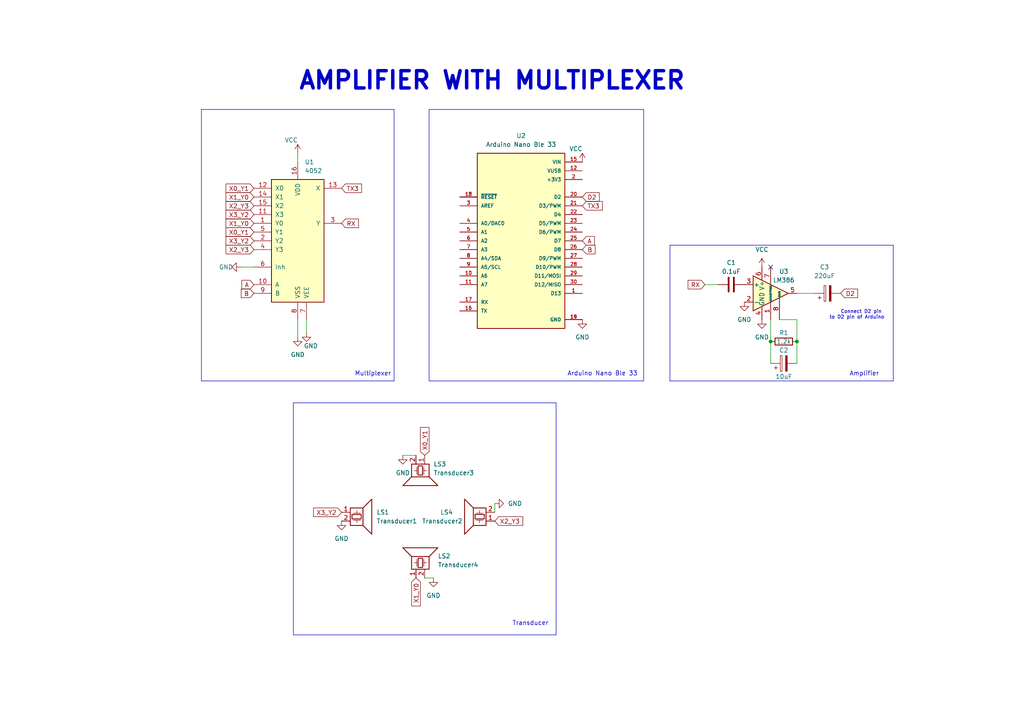
<source format=kicad_sch>
(kicad_sch (version 20231120) (generator "eeschema") (generator_version "8.0")
  (paper "A4")
  (title_block (title "AMPLIFIER WITH MULTIPLEXER"))
  (lib_symbols
    (symbol "4xxx:4052" (pin_names (offset 1.016))
      (property "Reference" "U" (at -7.62 19.05 0))
      (property "Value" "4052" (at -7.62 -19.05 0))
      (symbol "4052_1_0"
        (pin passive line (at -12.7 5.08 0) (length 5.08) (name "Y0") (number "1"))
        (pin input line (at -12.7 -12.7 0) (length 5.08) (name "A") (number "10"))
        (pin passive line (at -12.7 7.62 0) (length 5.08) (name "X3") (number "11"))
        (pin passive line (at -12.7 15.24 0) (length 5.08) (name "X0") (number "12"))
        (pin passive line (at 12.7 15.24 180) (length 5.08) (name "X") (number "13"))
        (pin passive line (at -12.7 12.7 0) (length 5.08) (name "X1") (number "14"))
        (pin passive line (at -12.7 10.16 0) (length 5.08) (name "X2") (number "15"))
        (pin power_in line (at 0 22.86 270) (length 5.08) (name "VDD") (number "16"))
        (pin passive line (at -12.7 0 0) (length 5.08) (name "Y2") (number "2"))
        (pin passive line (at 12.7 5.08 180) (length 5.08) (name "Y") (number "3"))
        (pin passive line (at -12.7 -2.54 0) (length 5.08) (name "Y3") (number "4"))
        (pin passive line (at -12.7 2.54 0) (length 5.08) (name "Y1") (number "5"))
        (pin input line (at -12.7 -7.62 0) (length 5.08) (name "Inh") (number "6"))
        (pin power_in line (at 2.54 -22.86 90) (length 5.08) (name "VEE") (number "7"))
        (pin power_in line (at 0 -22.86 90) (length 5.08) (name "VSS") (number "8"))
        (pin input line (at -12.7 -15.24 0) (length 5.08) (name "B") (number "9"))
      )
      (symbol "4052_1_1"
        (rectangle (start -7.62 17.78) (end 7.62 -17.78) (stroke (width 0.254)) (fill (type background)))
      )
    )
    (symbol "ABX00027:ABX00027" (pin_names (offset 1.016))
      (property "Reference" "U" (at -12.7 26.67 0))
      (property "Value" "ABX00027" (at -12.7 -26.67 0))
      (symbol "ABX00027_0_0"
        (rectangle (start -12.7 -25.4) (end 12.7 25.4) (stroke (width 0.254)) (fill (type background)))
        (pin bidirectional line (at 17.78 -15.24 180) (length 5.08) (name "D13") (number "1"))
        (pin input line (at -17.78 -10.16 0) (length 5.08) (name "A6") (number "10"))
        (pin input line (at -17.78 -12.7 0) (length 5.08) (name "A7") (number "11"))
        (pin power_in line (at 17.78 20.32 180) (length 5.08) (name "VUSB") (number "12"))
        (pin input line (at -17.78 12.7 0) (length 5.08) (name "~{RESET}") (number "13"))
        (pin power_in line (at 17.78 -22.86 180) (length 5.08) (name "GND") (number "14"))
        (pin power_in line (at 17.78 22.86 180) (length 5.08) (name "VIN") (number "15"))
        (pin bidirectional line (at -17.78 -20.32 0) (length 5.08) (name "TX") (number "16"))
        (pin bidirectional line (at -17.78 -17.78 0) (length 5.08) (name "RX") (number "17"))
        (pin input line (at -17.78 12.7 0) (length 5.08) (name "~{RESET}") (number "18"))
        (pin power_in line (at 17.78 -22.86 180) (length 5.08) (name "GND") (number "19"))
        (pin power_in line (at 17.78 17.78 180) (length 5.08) (name "+3V3") (number "2"))
        (pin bidirectional line (at 17.78 12.7 180) (length 5.08) (name "D2") (number "20"))
        (pin bidirectional line (at 17.78 10.16 180) (length 5.08) (name "D3/PWM") (number "21"))
        (pin bidirectional line (at 17.78 7.62 180) (length 5.08) (name "D4") (number "22"))
        (pin bidirectional line (at 17.78 5.08 180) (length 5.08) (name "D5/PWM") (number "23"))
        (pin bidirectional line (at 17.78 2.54 180) (length 5.08) (name "D6/PWM") (number "24"))
        (pin bidirectional line (at 17.78 0 180) (length 5.08) (name "D7") (number "25"))
        (pin bidirectional line (at 17.78 -2.54 180) (length 5.08) (name "D8") (number "26"))
        (pin bidirectional line (at 17.78 -5.08 180) (length 5.08) (name "D9/PWM") (number "27"))
        (pin bidirectional line (at 17.78 -7.62 180) (length 5.08) (name "D10/PWM") (number "28"))
        (pin bidirectional line (at 17.78 -10.16 180) (length 5.08) (name "D11/MOSI") (number "29"))
        (pin input line (at -17.78 10.16 0) (length 5.08) (name "AREF") (number "3"))
        (pin bidirectional line (at 17.78 -12.7 180) (length 5.08) (name "D12/MISO") (number "30"))
        (pin bidirectional line (at -17.78 5.08 0) (length 5.08) (name "A0/DAC0") (number "4"))
        (pin input line (at -17.78 2.54 0) (length 5.08) (name "A1") (number "5"))
        (pin input line (at -17.78 0 0) (length 5.08) (name "A2") (number "6"))
        (pin input line (at -17.78 -2.54 0) (length 5.08) (name "A3") (number "7"))
        (pin input line (at -17.78 -5.08 0) (length 5.08) (name "A4/SDA") (number "8"))
        (pin input line (at -17.78 -7.62 0) (length 5.08) (name "A5/SCL") (number "9"))
      )
    )
    (symbol "Amplifier_Audio:LM386" (pin_names (offset 0.127))
      (property "Reference" "U" (at 1.27 7.62 0))
      (property "Value" "LM386" (at 1.27 5.08 0))
      (symbol "LM386_0_1"
        (polyline (pts (xy 5.08 0) (xy -5.08 5.08) (xy -5.08 -5.08) (xy 5.08 0)) (stroke (width 0.254)) (fill (type background)))
      )
      (symbol "LM386_1_1"
        (pin input line (at 0 -7.62 90) (length 5.08) (name "GAIN") (number "1"))
        (pin input line (at -7.62 -2.54 0) (length 2.54) (name "-") (number "2"))
        (pin input line (at -7.62 2.54 0) (length 2.54) (name "+") (number "3"))
        (pin power_in line (at -2.54 -7.62 90) (length 3.81) (name "GND") (number "4"))
        (pin output line (at 7.62 0 180) (length 2.54) (name "~") (number "5"))
        (pin power_in line (at -2.54 7.62 270) (length 3.81) (name "V+") (number "6"))
        (pin input line (at 0 7.62 270) (length 5.08) (name "BYPASS") (number "7"))
        (pin input line (at 2.54 -7.62 90) (length 6.35) (name "GAIN") (number "8"))
      )
    )
    (symbol "Device:C" (pin_numbers hide) (pin_names (offset 0.254))
      (property "Reference" "C" (at 0.635 2.54 0))
      (property "Value" "C" (at 0.635 -2.54 0))
      (symbol "C_0_1"
        (polyline (pts (xy -2.032 -0.762) (xy 2.032 -0.762)) (stroke (width 0.508)))
        (polyline (pts (xy -2.032 0.762) (xy 2.032 0.762)) (stroke (width 0.508)))
      )
      (symbol "C_1_1"
        (pin passive line (at 0 3.81 270) (length 2.794) (name "~") (number "1"))
        (pin passive line (at 0 -3.81 90) (length 2.794) (name "~") (number "2"))
      )
    )
    (symbol "Device:C_Polarized" (pin_numbers hide) (pin_names (offset 0.254))
      (property "Reference" "C" (at 0.635 2.54 0))
      (property "Value" "C_Polarized" (at 0.635 -2.54 0))
      (symbol "C_Polarized_0_1"
        (rectangle (start -2.286 0.508) (end 2.286 1.016))
        (polyline (pts (xy -1.778 2.286) (xy -0.762 2.286)))
        (polyline (pts (xy -1.27 2.794) (xy -1.27 1.778)))
        (rectangle (start 2.286 -0.508) (end -2.286 -1.016) (fill (type outline)))
      )
      (symbol "C_Polarized_1_1"
        (pin passive line (at 0 3.81 270) (length 2.794) (name "~") (number "1"))
        (pin passive line (at 0 -3.81 90) (length 2.794) (name "~") (number "2"))
      )
    )
    (symbol "Device:R" (pin_numbers hide) (pin_names (offset 0))
      (property "Reference" "R" (at 2.032 0 90))
      (property "Value" "R" (at 0 0 90))
      (symbol "R_0_1"
        (rectangle (start -1.016 -2.54) (end 1.016 2.54) (stroke (width 0.254)))
      )
      (symbol "R_1_1"
        (pin passive line (at 0 3.81 270) (length 1.27) (name "~") (number "1"))
        (pin passive line (at 0 -3.81 90) (length 1.27) (name "~") (number "2"))
      )
    )
    (symbol "Device:Speaker_Ultrasound" (pin_names (offset 0) hide)
      (property "Reference" "LS" (at 0.635 5.715 0))
      (property "Value" "Speaker_Ultrasound" (at 0.635 3.81 0))
      (symbol "Speaker_Ultrasound_0_0"
        (rectangle (start -2.54 1.27) (end 1.143 -3.81) (stroke (width 0.254)))
        (rectangle (start -2.032 -0.635) (end 0.635 -1.905) (stroke (width 0.254)))
        (polyline (pts (xy -1.651 -2.286) (xy 0.381 -2.286)))
        (polyline (pts (xy -1.651 -0.254) (xy 0.381 -0.254)))
        (polyline (pts (xy -0.635 -2.286) (xy -0.635 -3.048)))
        (polyline (pts (xy -0.635 -0.254) (xy -0.635 0.508)))
        (polyline (pts (xy 1.143 1.27) (xy 3.683 3.81) (xy 3.683 -6.35) (xy 1.143 -3.81)) (stroke (width 0.254)))
      )
      (symbol "Speaker_Ultrasound_1_1"
        (pin input line (at -5.08 0 0) (length 2.54) (name "1") (number "1"))
        (pin input line (at -5.08 -2.54 0) (length 2.54) (name "2") (number "2"))
      )
    )
    (symbol "power:GND" (power) (pin_names (offset 0))
      (property "Value" "GND" (at 0 -3.81 0))
      (symbol "GND_0_1"
        (polyline (pts (xy 0 0) (xy 0 -1.27) (xy 1.27 -1.27) (xy 0 -2.54) (xy -1.27 -1.27) (xy 0 -1.27)))
      )
      (symbol "GND_1_1"
        (pin power_in line (at 0 0 270) (length 0) hide (name "GND") (number "1"))
      )
    )
    (symbol "power:VCC" (power) (pin_names (offset 0))
      (property "Value" "VCC" (at 0 3.81 0))
      (symbol "VCC_0_1"
        (polyline (pts (xy -0.762 1.27) (xy 0 2.54)))
        (polyline (pts (xy 0 0) (xy 0 2.54)))
        (polyline (pts (xy 0 2.54) (xy 0.762 1.27)))
      )
      (symbol "VCC_1_1"
        (pin power_in line (at 0 0 90) (length 0) hide (name "VCC") (number "1"))
      )
    )
  )
  (junction (at 223.52 99.06))
  (junction (at 231.14 99.06))
  (no_connect (at 223.52 77.47))
  (wire (pts (xy 116.84 132.08) (xy 120.65 132.08)))
  (polyline (pts (xy 259.08 110.49) (xy 194.31 110.49)))
  (wire (pts (xy 231.14 92.71) (xy 231.14 99.06)))
  (wire (pts (xy 143.51 146.05) (xy 143.51 148.59)))
  (polyline (pts (xy 161.29 184.15) (xy 85.09 184.15)))
  (wire (pts (xy 226.06 92.71) (xy 231.14 92.71)))
  (polyline (pts (xy 58.42 31.75) (xy 58.42 31.75)))
  (polyline (pts (xy 194.31 71.12) (xy 194.31 110.49)))
  (polyline (pts (xy 85.09 116.84) (xy 85.09 184.15)))
  (polyline (pts (xy 114.3 110.49) (xy 114.3 31.75)))
  (polyline (pts (xy 58.42 31.75) (xy 58.42 110.49)))
  (polyline (pts (xy 85.09 116.84) (xy 161.29 116.84)))
  (wire (pts (xy 88.9 92.71) (xy 88.9 96.52)))
  (wire (pts (xy 69.85 77.47) (xy 73.66 77.47)))
  (wire (pts (xy 86.36 44.45) (xy 86.36 46.99)))
  (polyline (pts (xy 259.08 71.12) (xy 259.08 110.49)))
  (wire (pts (xy 86.36 92.71) (xy 86.36 97.79)))
  (polyline (pts (xy 58.42 110.49) (xy 114.3 110.49)))
  (wire (pts (xy 231.14 99.06) (xy 231.14 105.41)))
  (wire (pts (xy 236.22 85.09) (xy 231.14 85.09)))
  (wire (pts (xy 125.73 167.64) (xy 123.19 167.64)))
  (wire (pts (xy 223.52 99.06) (xy 223.52 105.41)))
  (polyline (pts (xy 161.29 116.84) (xy 161.29 184.15)))
  (wire (pts (xy 223.52 92.71) (xy 223.52 99.06)))
  (polyline (pts (xy 114.3 31.75) (xy 58.42 31.75)))
  (wire (pts (xy 204.47 82.55) (xy 208.28 82.55)))
  (polyline (pts (xy 194.31 71.12) (xy 259.08 71.12)))
  (rectangle (start 124.46 31.75) (end 186.69 110.49))
  (rectangle (start 162.56 31.75) (end 162.56 31.75))
  (text "Transducer" (at 148.59 181.61 0) (effects (font (size 1.27 1.27)) (justify left bottom)))
  (text "AMPLIFIER WITH MULTIPLEXER" (at 86.36 26.416 0) (effects (font (size 5 5) (thickness 1) (bold yes)) (justify left bottom)))
  (text "Multiplexer\n" (at 102.87 109.22 0) (effects (font (size 1.27 1.27)) (justify left bottom)))
  (text "Connect D2 pin \nto D2 pin of Arduino\n" (at 256.54 92.71 0) (effects (font (size 1 1)) (justify right bottom)))
  (text "Amplifier" (at 246.38 109.22 0) (effects (font (size 1.27 1.27)) (justify left bottom)))
  (text "Arduino Nano Ble 33" (at 174.752 108.458 0) (effects (font (size 1.27 1.27))))
  (global_label "X2_Y3" (shape input) (at 73.66 72.39 180) (property "Intersheetrefs" "${INTERSHEET_REFS}" (effects (hide yes))))
  (global_label "TX3" (shape input) (at 168.91 59.69 0) (property "Intersheetrefs" "${INTERSHEET_REFS}" (effects (hide yes))))
  (global_label "A" (shape input) (at 168.91 69.85 0) (property "Intersheetrefs" "${INTERSHEET_REFS}" (effects (hide yes))))
  (global_label "X3_Y2" (shape input) (at 99.06 148.59 180) (property "Intersheetrefs" "${INTERSHEET_REFS}" (effects (hide yes))))
  (global_label "X0_Y1" (shape input) (at 73.66 54.61 180) (property "Intersheetrefs" "${INTERSHEET_REFS}" (effects (hide yes))))
  (global_label "X3_Y2" (shape input) (at 73.66 62.23 180) (property "Intersheetrefs" "${INTERSHEET_REFS}" (effects (hide yes))))
  (global_label "B" (shape input) (at 168.91 72.39 0) (property "Intersheetrefs" "${INTERSHEET_REFS}" (effects (hide yes))))
  (global_label "TX3" (shape input) (at 99.06 54.61 0) (property "Intersheetrefs" "${INTERSHEET_REFS}" (effects (hide yes))))
  (global_label "X0_Y1" (shape input) (at 73.66 67.31 180) (property "Intersheetrefs" "${INTERSHEET_REFS}" (effects (hide yes))))
  (global_label "B" (shape input) (at 73.66 85.09 180) (property "Intersheetrefs" "${INTERSHEET_REFS}" (effects (hide yes))))
  (global_label "X2_Y3" (shape input) (at 143.51 151.13 0) (property "Intersheetrefs" "${INTERSHEET_REFS}" (effects (hide yes))))
  (global_label "X0_Y1" (shape input) (at 123.19 132.08 90) (property "Intersheetrefs" "${INTERSHEET_REFS}" (effects (hide yes))))
  (global_label "A" (shape input) (at 73.66 82.55 180) (property "Intersheetrefs" "${INTERSHEET_REFS}" (effects (hide yes))))
  (global_label "RX" (shape input) (at 99.06 64.77 0) (property "Intersheetrefs" "${INTERSHEET_REFS}" (effects (hide yes))))
  (global_label "D2" (shape input) (at 168.91 57.15 0) (property "Intersheetrefs" "${INTERSHEET_REFS}" (effects (hide yes))))
  (global_label "X3_Y2" (shape input) (at 73.66 69.85 180) (property "Intersheetrefs" "${INTERSHEET_REFS}" (effects (hide yes))))
  (global_label "D2" (shape input) (at 243.84 85.09 0) (property "Intersheetrefs" "${INTERSHEET_REFS}" (effects (hide yes))))
  (global_label "X1_Y0" (shape input) (at 73.66 64.77 180) (property "Intersheetrefs" "${INTERSHEET_REFS}" (effects (hide yes))))
  (global_label "X1_Y0" (shape input) (at 73.66 57.15 180) (property "Intersheetrefs" "${INTERSHEET_REFS}" (effects (hide yes))))
  (global_label "X1_Y0" (shape input) (at 120.65 167.64 270) (property "Intersheetrefs" "${INTERSHEET_REFS}" (effects (hide yes))))
  (global_label "X2_Y3" (shape input) (at 73.66 59.69 180) (property "Intersheetrefs" "${INTERSHEET_REFS}" (effects (hide yes))))
  (global_label "RX" (shape input) (at 204.47 82.55 180) (property "Intersheetrefs" "${INTERSHEET_REFS}" (effects (hide yes))))
  (symbol (lib_id "power:VCC") (at 86.36 44.45 0) (unit 1)
    (property "Reference" "#PWR02" (effects (hide yes)))
    (property "Value" "VCC" (at 82.55 40.64 0) (effects (justify left)))
  )
  (symbol (lib_id "Device:Speaker_Ultrasound") (at 104.14 148.59 0) (unit 1)
    (property "Reference" "LS1" (at 109.22 148.5899 0) (effects (justify left)))
    (property "Value" "Transducer1" (at 109.22 151.1299 0) (effects (justify left)))
  )
  (symbol (lib_id "Device:Speaker_Ultrasound") (at 138.43 151.13 180) (unit 1)
    (property "Reference" "LS4" (at 129.54 148.59 0))
    (property "Value" "Transducer2" (at 128.27 151.13 0))
  )
  (symbol (lib_id "power:VCC") (at 168.91 46.99 0) (unit 1)
    (property "Reference" "#PWR06" (effects (hide yes)))
    (property "Value" "VCC" (at 165.1 43.18 0) (effects (justify left)))
  )
  (symbol (lib_id "power:GND") (at 220.98 92.71 0) (unit 1)
    (property "Reference" "#PWR018" (effects (hide yes)))
    (property "Value" "GND" (at 220.98 97.79 0))
  )
  (symbol (lib_id "4xxx:4052") (at 86.36 69.85 0) (unit 1)
    (property "Reference" "U1" (at 88.3794 46.99 0) (effects (justify left)))
    (property "Value" "4052" (at 88.3794 49.53 0) (effects (justify left)))
    (property "Datasheet" "http://www.intersil.com/content/dam/Intersil/documents/cd40/cd4051bms-52bms-53bms.pdf" (effects (hide yes)))
  )
  (symbol (lib_id "power:GND") (at 69.85 77.47 270) (unit 1)
    (property "Reference" "#PWR01" (effects (hide yes)))
    (property "Value" "GND" (at 63.5 77.47 90) (effects (justify left)))
  )
  (symbol (lib_id "ABX00027:ABX00027") (at 151.13 69.85 0) (unit 1)
    (property "Reference" "U2" (at 151.13 39.37 0))
    (property "Value" "Arduino Nano Ble 33" (at 151.13 41.91 0))
    (property "Footprint" "ABX00027:MODULE_ABX00027" (effects (hide yes)))
    (property "MF" "Arduino" (effects (hide yes)))
    (property "DESCRIPTION" "ATSAMD21G18A Arduino Nano 33 IoT SAM D ARM® Cortex®-M0+ MCU 32-Bit Embedded Evaluation Board" (effects (hide yes)))
    (property "PACKAGE" "None" (effects (hide yes)))
    (property "PRICE" "None" (effects (hide yes)))
    (property "Package" "None" (effects (hide yes)))
    (property "Check_prices" "https://www.snapeda.com/parts/Arduino%20Nano%2033%20IoT/Arduino/view-part/?ref=eda" (effects (hide yes)))
    (property "Price" "None" (effects (hide yes)))
    (property "SnapEDA_Link" "https://www.snapeda.com/parts/Arduino%20Nano%2033%20IoT/Arduino/view-part/?ref=snap" (effects (hide yes)))
    (property "MP" "Arduino Nano 33 IoT" (effects (hide yes)))
    (property "DIGIKEY-PURCHASE-URL" "https://snapeda.com/shop?store=DigiKey&id=3949339" (effects (hide yes)))
    (property "Availability" "Not in stock" (effects (hide yes)))
    (property "AVAILABILITY" "Unavailable" (effects (hide yes)))
    (property "Description_1" "\nAn IoT connected IMU sensor in the Nano form factor.\n" (effects (hide yes)))
  )
  (symbol (lib_id "power:GND") (at 99.06 151.13 0) (unit 1)
    (property "Reference" "#PWR012" (effects (hide yes)))
    (property "Value" "GND" (at 99.06 156.21 0))
  )
  (symbol (lib_id "power:GND") (at 86.36 97.79 0) (unit 1)
    (property "Reference" "#PWR03" (effects (hide yes)))
    (property "Value" "GND" (at 86.36 102.87 0))
  )
  (symbol (lib_id "power:GND") (at 125.73 167.64 0) (unit 1)
    (property "Reference" "#PWR07" (effects (hide yes)))
    (property "Value" "GND" (at 125.73 172.72 0))
  )
  (symbol (lib_id "power:VCC") (at 220.98 77.47 0) (unit 1)
    (property "Reference" "#PWR017" (effects (hide yes)))
    (property "Value" "VCC" (at 220.98 72.39 0))
  )
  (symbol (lib_id "power:GND") (at 168.91 92.71 0) (unit 1)
    (property "Reference" "#PWR05" (effects (hide yes)))
    (property "Value" "GND" (at 168.91 97.79 0))
  )
  (symbol (lib_id "Device:C_Polarized") (at 240.03 85.09 90) (unit 1)
    (property "Reference" "C3" (at 239.141 77.47 90))
    (property "Value" "220uF" (at 239.141 80.01 90))
    (property "Footprint" "Capacitor_THT:CP_Radial_D5.0mm_P2.50mm" (effects (hide yes)))
  )
  (symbol (lib_id "power:GND") (at 116.84 132.08 0) (unit 1)
    (property "Reference" "#PWR011" (effects (hide yes)))
    (property "Value" "GND" (at 116.84 137.16 0))
  )
  (symbol (lib_id "power:GND") (at 215.9 87.63 0) (unit 1)
    (property "Reference" "#PWR016" (effects (hide yes)))
    (property "Value" "GND" (at 215.9 92.71 0))
  )
  (symbol (lib_id "power:GND") (at 143.51 146.05 90) (unit 1)
    (property "Reference" "#PWR08" (effects (hide yes)))
    (property "Value" "GND" (at 147.32 146.0499 90) (effects (justify right)))
  )
  (symbol (lib_id "power:GND") (at 88.9 96.52 0) (unit 1)
    (property "Reference" "#PWR04" (effects (hide yes)))
    (property "Value" "GND" (at 90.17 100.33 0))
  )
  (symbol (lib_id "Device:R") (at 227.33 99.06 90) (unit 1)
    (property "Reference" "R1" (at 227.33 96.52 90))
    (property "Value" "1.2k" (at 227.33 99.06 90))
    (property "Footprint" "Resistor_THT:R_Axial_DIN0309_L9.0mm_D3.2mm_P12.70mm_Horizontal" (effects (hide yes)))
  )
  (symbol (lib_id "Device:C") (at 212.09 82.55 90) (unit 1)
    (property "Reference" "C1" (at 212.09 76.2 90))
    (property "Value" "0.1uF" (at 212.09 78.74 90))
    (property "Footprint" "Capacitor_THT:C_Disc_D3.8mm_W2.6mm_P2.50mm" (effects (hide yes)))
  )
  (symbol (lib_id "Device:Speaker_Ultrasound") (at 123.19 137.16 270) (unit 1)
    (property "Reference" "LS3" (at 125.73 134.62 90) (effects (justify left)))
    (property "Value" "Transducer3" (at 125.73 137.16 90) (effects (justify left)))
  )
  (symbol (lib_id "Device:Speaker_Ultrasound") (at 120.65 162.56 90) (unit 1)
    (property "Reference" "LS2" (at 127 161.29 90) (effects (justify right)))
    (property "Value" "Transducer4" (at 127 163.83 90) (effects (justify right)))
  )
  (symbol (lib_id "Device:C_Polarized") (at 227.33 105.41 90) (unit 1)
    (property "Reference" "C2" (at 227.33 101.6 90))
    (property "Value" "10uF" (at 227.33 109.22 90))
    (property "Footprint" "Capacitor_THT:CP_Radial_D5.0mm_P2.50mm" (effects (hide yes)))
  )
  (symbol (lib_id "Amplifier_Audio:LM386") (at 223.52 85.09 0) (unit 1)
    (property "Reference" "U3" (at 227.33 78.74 0))
    (property "Value" "LM386" (at 227.33 81.28 0))
    (property "Footprint" "Package_DIP:DIP-8_W7.62mm" (effects (hide yes)))
    (property "Datasheet" "http://www.ti.com/lit/ds/symlink/lm386.pdf" (effects (hide yes)))
  )
)
</source>
